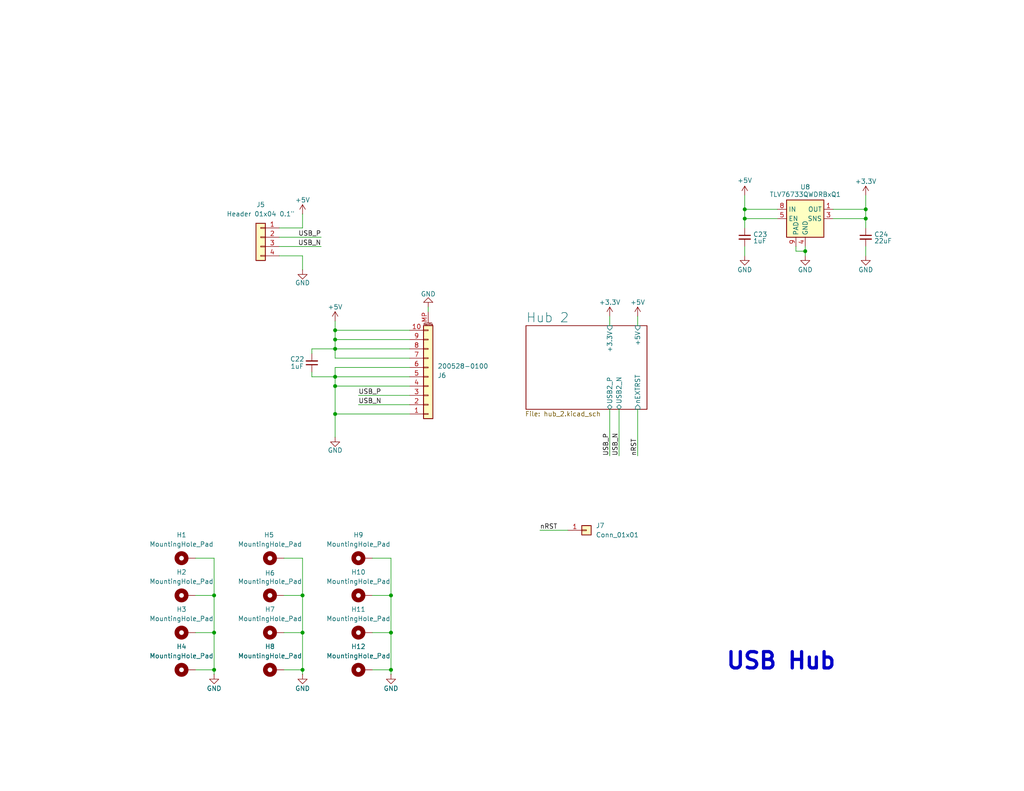
<source format=kicad_sch>
(kicad_sch (version 20231120) (generator "eeschema") (generator_version "8.0")
  (paper "USLetter")
  (title_block (title "Camera USB Hub") (date "2024-06-18") (rev "v1.1") (company "Argus-1 Cubesat"))
  (lib_symbols
    (symbol "Connector_Generic:Conn_01x01" (pin_names (offset 1.016) hide)
      (property "Reference" "J" (at 0 2.54 0))
      (property "Value" "Conn_01x01" (at 0 -2.54 0))
      (symbol "Conn_01x01_1_1"
        (rectangle (start -1.27 0.127) (end 0 -0.127) (stroke (width 0.1524)))
        (rectangle (start -1.27 1.27) (end 1.27 -1.27) (stroke (width 0.254)) (fill (type background)))
        (pin passive line (at -5.08 0 0) (length 3.81) (name "Pin_1") (number "1"))
      )
    )
    (symbol "Connector_Generic:Conn_01x04" (pin_names (offset 1.016) hide)
      (property "Reference" "J" (at 0 5.08 0))
      (property "Value" "Conn_01x04" (at 0 -7.62 0))
      (symbol "Conn_01x04_1_1"
        (rectangle (start -1.27 -4.953) (end 0 -5.207) (stroke (width 0.1524)))
        (rectangle (start -1.27 -2.413) (end 0 -2.667) (stroke (width 0.1524)))
        (rectangle (start -1.27 0.127) (end 0 -0.127) (stroke (width 0.1524)))
        (rectangle (start -1.27 2.667) (end 0 2.413) (stroke (width 0.1524)))
        (rectangle (start -1.27 3.81) (end 1.27 -6.35) (stroke (width 0.254)) (fill (type background)))
        (pin passive line (at -5.08 2.54 0) (length 3.81) (name "Pin_1") (number "1"))
        (pin passive line (at -5.08 0 0) (length 3.81) (name "Pin_2") (number "2"))
        (pin passive line (at -5.08 -2.54 0) (length 3.81) (name "Pin_3") (number "3"))
        (pin passive line (at -5.08 -5.08 0) (length 3.81) (name "Pin_4") (number "4"))
      )
    )
    (symbol "Connector_Generic_MountingPin:Conn_01x10_MountingPin" (pin_names (offset 1.016) hide)
      (property "Reference" "J" (at 0 12.7 0))
      (property "Value" "Conn_01x10_MountingPin" (at 1.27 -15.24 0))
      (symbol "Conn_01x10_MountingPin_1_1"
        (rectangle (start -1.27 -12.573) (end 0 -12.827) (stroke (width 0.1524)))
        (rectangle (start -1.27 -10.033) (end 0 -10.287) (stroke (width 0.1524)))
        (rectangle (start -1.27 -7.493) (end 0 -7.747) (stroke (width 0.1524)))
        (rectangle (start -1.27 -4.953) (end 0 -5.207) (stroke (width 0.1524)))
        (rectangle (start -1.27 -2.413) (end 0 -2.667) (stroke (width 0.1524)))
        (rectangle (start -1.27 0.127) (end 0 -0.127) (stroke (width 0.1524)))
        (rectangle (start -1.27 2.667) (end 0 2.413) (stroke (width 0.1524)))
        (rectangle (start -1.27 5.207) (end 0 4.953) (stroke (width 0.1524)))
        (rectangle (start -1.27 7.747) (end 0 7.493) (stroke (width 0.1524)))
        (rectangle (start -1.27 10.287) (end 0 10.033) (stroke (width 0.1524)))
        (rectangle (start -1.27 11.43) (end 1.27 -13.97) (stroke (width 0.254)) (fill (type background)))
        (polyline (pts (xy -1.016 -14.732) (xy 1.016 -14.732)) (stroke (width 0.1524)))
        (text "Mounting" (at 0 -14.351 0) (effects (font (size 0.381 0.381))))
        (pin passive line (at -5.08 10.16 0) (length 3.81) (name "Pin_1") (number "1"))
        (pin passive line (at -5.08 -12.7 0) (length 3.81) (name "Pin_10") (number "10"))
        (pin passive line (at -5.08 7.62 0) (length 3.81) (name "Pin_2") (number "2"))
        (pin passive line (at -5.08 5.08 0) (length 3.81) (name "Pin_3") (number "3"))
        (pin passive line (at -5.08 2.54 0) (length 3.81) (name "Pin_4") (number "4"))
        (pin passive line (at -5.08 0 0) (length 3.81) (name "Pin_5") (number "5"))
        (pin passive line (at -5.08 -2.54 0) (length 3.81) (name "Pin_6") (number "6"))
        (pin passive line (at -5.08 -5.08 0) (length 3.81) (name "Pin_7") (number "7"))
        (pin passive line (at -5.08 -7.62 0) (length 3.81) (name "Pin_8") (number "8"))
        (pin passive line (at -5.08 -10.16 0) (length 3.81) (name "Pin_9") (number "9"))
        (pin passive line (at 0 -17.78 90) (length 3.048) (name "MountPin") (number "MP"))
      )
    )
    (symbol "Device:C_Small" (pin_numbers hide) (pin_names (offset 0.254) hide)
      (property "Reference" "C" (at 0.254 1.778 0))
      (property "Value" "C_Small" (at 0.254 -2.032 0))
      (symbol "C_Small_0_1"
        (polyline (pts (xy -1.524 -0.508) (xy 1.524 -0.508)) (stroke (width 0.3302)))
        (polyline (pts (xy -1.524 0.508) (xy 1.524 0.508)) (stroke (width 0.3048)))
      )
      (symbol "C_Small_1_1"
        (pin passive line (at 0 2.54 270) (length 2.032) (name "~") (number "1"))
        (pin passive line (at 0 -2.54 90) (length 2.032) (name "~") (number "2"))
      )
    )
    (symbol "Mechanical:MountingHole_Pad" (pin_numbers hide) (pin_names (offset 1.016) hide)
      (property "Reference" "H" (at 0 6.35 0))
      (property "Value" "MountingHole_Pad" (at 0 4.445 0))
      (symbol "MountingHole_Pad_0_1"
        (circle (center 0 1.27) (radius 1.27) (stroke (width 1.27)))
      )
      (symbol "MountingHole_Pad_1_1"
        (pin input line (at 0 -2.54 90) (length 2.54) (name "1") (number "1"))
      )
    )
    (symbol "Regulator_Linear:TLV76733QWDRBxQ1"
      (property "Reference" "U" (at 0 8.89 0))
      (property "Value" "TLV76733QWDRBxQ1" (at 0 6.35 0))
      (symbol "TLV76733QWDRBxQ1_0_1"
        (rectangle (start -5.08 5.08) (end 5.08 -5.08) (stroke (width 0.254)) (fill (type background)))
      )
      (symbol "TLV76733QWDRBxQ1_1_1"
        (pin power_out line (at 7.62 2.54 180) (length 2.54) (name "OUT") (number "1"))
        (pin no_connect line (at 5.08 -2.54 180) (length 2.54) hide (name "NC") (number "2"))
        (pin input line (at 7.62 0 180) (length 2.54) (name "SNS") (number "3"))
        (pin power_in line (at 0 -7.62 90) (length 2.54) (name "GND") (number "4"))
        (pin input line (at -7.62 0 0) (length 2.54) (name "EN") (number "5"))
        (pin passive line (at 0 -7.62 90) (length 2.54) hide (name "GND") (number "6"))
        (pin no_connect line (at -5.08 -2.54 0) (length 2.54) hide (name "NC") (number "7"))
        (pin power_in line (at -7.62 2.54 0) (length 2.54) (name "IN") (number "8"))
        (pin passive line (at -2.54 -7.62 90) (length 2.54) (name "PAD") (number "9"))
      )
    )
    (symbol "power:+3.3V" (power) (pin_numbers hide) (pin_names (offset 0) hide)
      (property "Value" "+3.3V" (at 0 3.556 0))
      (symbol "+3.3V_0_1"
        (polyline (pts (xy -0.762 1.27) (xy 0 2.54)))
        (polyline (pts (xy 0 0) (xy 0 2.54)))
        (polyline (pts (xy 0 2.54) (xy 0.762 1.27)))
      )
      (symbol "+3.3V_1_1"
        (pin power_in line (at 0 0 90) (length 0) (name "~") (number "1"))
      )
    )
    (symbol "power:+5V" (power) (pin_numbers hide) (pin_names (offset 0) hide)
      (property "Value" "+5V" (at 0 3.556 0))
      (symbol "+5V_0_1"
        (polyline (pts (xy -0.762 1.27) (xy 0 2.54)))
        (polyline (pts (xy 0 0) (xy 0 2.54)))
        (polyline (pts (xy 0 2.54) (xy 0.762 1.27)))
      )
      (symbol "+5V_1_1"
        (pin power_in line (at 0 0 90) (length 0) (name "~") (number "1"))
      )
    )
    (symbol "power:GND" (power) (pin_numbers hide) (pin_names (offset 0) hide)
      (property "Value" "GND" (at 0 -3.81 0))
      (symbol "GND_0_1"
        (polyline (pts (xy 0 0) (xy 0 -1.27) (xy 1.27 -1.27) (xy 0 -2.54) (xy -1.27 -1.27) (xy 0 -1.27)))
      )
      (symbol "GND_1_1"
        (pin power_in line (at 0 0 270) (length 0) (name "~") (number "1"))
      )
    )
  )
  (junction (at 91.44 95.25))
  (junction (at 203.2 57.15))
  (junction (at 58.42 182.88))
  (junction (at 91.44 90.17))
  (junction (at 203.2 59.69))
  (junction (at 236.22 57.15))
  (junction (at 219.71 68.58))
  (junction (at 91.44 102.87))
  (junction (at 82.55 182.88))
  (junction (at 91.44 113.03))
  (junction (at 82.55 172.72))
  (junction (at 106.68 182.88))
  (junction (at 82.55 162.56))
  (junction (at 236.22 59.69))
  (junction (at 91.44 105.41))
  (junction (at 58.42 162.56))
  (junction (at 106.68 162.56))
  (junction (at 91.44 92.71))
  (junction (at 106.68 172.72))
  (junction (at 58.42 172.72))
  (wire (pts (xy 85.09 102.87) (xy 85.09 101.6)))
  (wire (pts (xy 236.22 67.31) (xy 236.22 69.85)))
  (wire (pts (xy 203.2 53.34) (xy 203.2 57.15)))
  (wire (pts (xy 82.55 182.88) (xy 82.55 172.72)))
  (wire (pts (xy 166.37 111.76) (xy 166.37 124.46)))
  (wire (pts (xy 91.44 102.87) (xy 111.76 102.87)))
  (wire (pts (xy 147.32 144.78) (xy 154.94 144.78)))
  (wire (pts (xy 58.42 184.15) (xy 58.42 182.88)))
  (wire (pts (xy 58.42 152.4) (xy 58.42 162.56)))
  (wire (pts (xy 166.37 86.36) (xy 166.37 88.9)))
  (wire (pts (xy 76.2 62.23) (xy 82.55 62.23)))
  (wire (pts (xy 82.55 58.42) (xy 82.55 62.23)))
  (wire (pts (xy 85.09 95.25) (xy 91.44 95.25)))
  (wire (pts (xy 85.09 96.52) (xy 85.09 95.25)))
  (wire (pts (xy 53.34 172.72) (xy 58.42 172.72)))
  (wire (pts (xy 91.44 92.71) (xy 111.76 92.71)))
  (wire (pts (xy 91.44 90.17) (xy 111.76 90.17)))
  (wire (pts (xy 82.55 184.15) (xy 82.55 182.88)))
  (wire (pts (xy 77.47 182.88) (xy 82.55 182.88)))
  (wire (pts (xy 91.44 95.25) (xy 91.44 92.71)))
  (wire (pts (xy 91.44 102.87) (xy 85.09 102.87)))
  (wire (pts (xy 219.71 68.58) (xy 217.17 68.58)))
  (wire (pts (xy 91.44 105.41) (xy 91.44 113.03)))
  (wire (pts (xy 173.99 86.36) (xy 173.99 88.9)))
  (wire (pts (xy 212.09 59.69) (xy 203.2 59.69)))
  (wire (pts (xy 82.55 152.4) (xy 77.47 152.4)))
  (wire (pts (xy 116.84 85.09) (xy 116.84 83.82)))
  (wire (pts (xy 91.44 105.41) (xy 111.76 105.41)))
  (wire (pts (xy 168.91 111.76) (xy 168.91 124.46)))
  (wire (pts (xy 106.68 152.4) (xy 106.68 162.56)))
  (wire (pts (xy 77.47 172.72) (xy 82.55 172.72)))
  (wire (pts (xy 97.79 107.95) (xy 111.76 107.95)))
  (wire (pts (xy 106.68 162.56) (xy 106.68 172.72)))
  (wire (pts (xy 106.68 182.88) (xy 101.6 182.88)))
  (wire (pts (xy 97.79 110.49) (xy 111.76 110.49)))
  (wire (pts (xy 101.6 152.4) (xy 106.68 152.4)))
  (wire (pts (xy 227.33 57.15) (xy 236.22 57.15)))
  (wire (pts (xy 203.2 67.31) (xy 203.2 69.85)))
  (wire (pts (xy 101.6 162.56) (xy 106.68 162.56)))
  (wire (pts (xy 106.68 172.72) (xy 106.68 182.88)))
  (wire (pts (xy 219.71 68.58) (xy 219.71 69.85)))
  (wire (pts (xy 91.44 113.03) (xy 91.44 119.38)))
  (wire (pts (xy 227.33 59.69) (xy 236.22 59.69)))
  (wire (pts (xy 53.34 152.4) (xy 58.42 152.4)))
  (wire (pts (xy 217.17 68.58) (xy 217.17 67.31)))
  (wire (pts (xy 91.44 92.71) (xy 91.44 90.17)))
  (wire (pts (xy 111.76 97.79) (xy 91.44 97.79)))
  (wire (pts (xy 203.2 57.15) (xy 203.2 59.69)))
  (wire (pts (xy 77.47 162.56) (xy 82.55 162.56)))
  (wire (pts (xy 91.44 102.87) (xy 91.44 105.41)))
  (wire (pts (xy 76.2 67.31) (xy 87.63 67.31)))
  (wire (pts (xy 219.71 67.31) (xy 219.71 68.58)))
  (wire (pts (xy 91.44 113.03) (xy 111.76 113.03)))
  (wire (pts (xy 76.2 69.85) (xy 82.55 69.85)))
  (wire (pts (xy 91.44 97.79) (xy 91.44 95.25)))
  (wire (pts (xy 82.55 152.4) (xy 82.55 162.56)))
  (wire (pts (xy 58.42 172.72) (xy 58.42 182.88)))
  (wire (pts (xy 91.44 100.33) (xy 91.44 102.87)))
  (wire (pts (xy 53.34 182.88) (xy 58.42 182.88)))
  (wire (pts (xy 236.22 59.69) (xy 236.22 57.15)))
  (wire (pts (xy 82.55 69.85) (xy 82.55 73.66)))
  (wire (pts (xy 203.2 57.15) (xy 212.09 57.15)))
  (wire (pts (xy 203.2 59.69) (xy 203.2 62.23)))
  (wire (pts (xy 101.6 172.72) (xy 106.68 172.72)))
  (wire (pts (xy 82.55 162.56) (xy 82.55 172.72)))
  (wire (pts (xy 106.68 184.15) (xy 106.68 182.88)))
  (wire (pts (xy 76.2 64.77) (xy 87.63 64.77)))
  (wire (pts (xy 111.76 100.33) (xy 91.44 100.33)))
  (wire (pts (xy 91.44 87.63) (xy 91.44 90.17)))
  (wire (pts (xy 91.44 95.25) (xy 111.76 95.25)))
  (wire (pts (xy 236.22 53.34) (xy 236.22 57.15)))
  (wire (pts (xy 236.22 59.69) (xy 236.22 62.23)))
  (wire (pts (xy 58.42 162.56) (xy 58.42 172.72)))
  (wire (pts (xy 53.34 162.56) (xy 58.42 162.56)))
  (wire (pts (xy 173.99 111.76) (xy 173.99 124.46)))
  (text "USB Hub" (at 213.106 180.594 0) (effects (font (size 4.445 4.445) (thickness 0.889) (bold yes))))
  (label "USB_P" (at 166.37 124.46 90))
  (label "USB_N" (at 97.79 110.49 0))
  (label "USB_N" (at 87.63 67.31 180))
  (label "USB_P" (at 87.63 64.77 180))
  (label "USB_P" (at 97.79 107.95 0))
  (label "USB_N" (at 168.91 124.46 90))
  (label "nRST" (at 173.99 124.46 90))
  (label "nRST" (at 147.32 144.78 0))
  (symbol (lib_id "power:+5V") (at 173.99 86.36 0) (unit 1)
    (property "Reference" "#PWR063" (effects (hide yes)))
    (property "Value" "+5V" (at 173.99 82.55 0))
    (property "Description" "Power symbol creates a global label with name \"+5V\"" (effects (hide yes)))
  )
  (symbol (lib_id "power:+3.3V") (at 236.22 53.34 0) (unit 1)
    (property "Reference" "#PWR076" (effects (hide yes)))
    (property "Value" "+3.3V" (at 236.22 49.53 0))
    (property "Description" "Power symbol creates a global label with name \"+3.3V\"" (effects (hide yes)))
  )
  (symbol (lib_id "Connector_Generic_MountingPin:Conn_01x10_MountingPin") (at 116.84 102.87 0) (mirror x) (unit 1)
    (property "Reference" "J6" (at 119.38 102.5145 0) (effects (justify left)))
    (property "Value" "200528-0100" (at 119.38 99.9745 0) (effects (justify left)))
    (property "Footprint" "Connector_FFC-FPC:Molex_200528-0100_1x10-1MP_P1.00mm_Horizontal" (effects (hide yes)))
    (property "Description" "Generic connectable mounting pin connector, single row, 01x10, script generated (kicad-library-utils/schlib/autogen/connector/)" (effects (hide yes)))
  )
  (symbol (lib_id "power:GND") (at 91.44 119.38 0) (unit 1)
    (property "Reference" "#PWR011" (effects (hide yes)))
    (property "Value" "GND" (at 91.44 122.936 0))
    (property "Description" "Power symbol creates a global label with name \"GND\" , ground" (effects (hide yes)))
  )
  (symbol (lib_id "Device:C_Small") (at 85.09 99.06 0) (mirror x) (unit 1)
    (property "Reference" "C22" (at 83.058 98.044 0) (effects (justify right)))
    (property "Value" "1uF" (at 79.248 99.314 0) (effects (justify left bottom)))
    (property "Footprint" "Capacitor_SMD:C_0603_1608Metric" (effects (hide yes)))
    (property "Description" "Unpolarized capacitor, small symbol" (effects (hide yes)))
    (property "Manufacturer" "TDK" (effects (hide yes)))
    (property "MPN" "C1005X6S1A105K050BC" (effects (hide yes)))
    (property "Val" "1u" (effects (hide yes)))
    (property "License" "Apache-2.0" (effects (hide yes)))
    (property "Author" "Antmicro" (effects (hide yes)))
  )
  (symbol (lib_id "Mechanical:MountingHole_Pad") (at 74.93 172.72 90) (unit 1)
    (property "Reference" "H7" (at 73.66 166.37 90))
    (property "Value" "MountingHole_Pad" (at 73.66 168.91 90))
    (property "Footprint" "CameraHub:MountingHole_USB" (effects (hide yes)))
  )
  (symbol (lib_id "Regulator_Linear:TLV76733QWDRBxQ1") (at 219.71 59.69 0) (unit 1)
    (property "Reference" "U8" (at 219.71 51.054 0))
    (property "Value" "TLV76733QWDRBxQ1" (at 219.71 53.086 0))
    (property "Footprint" "Package_SON:VSON-8-1EP_3x3mm_P0.65mm_EP1.65x2.4mm" (effects (hide yes)))
    (property "Datasheet" "www.ti.com/lit/gpn/TLV767-q1" (effects (hide yes)))
    (property "Description" "1A, 16V Precision Linear Voltage Regulator, with enable pin, Fixed Output 3.3V, VSON-8" (effects (hide yes)))
    (property "DNI" "DNI" (effects (hide yes)))
  )
  (symbol (lib_id "power:GND") (at 203.2 69.85 0) (unit 1)
    (property "Reference" "#PWR073" (effects (hide yes)))
    (property "Value" "GND" (at 203.2 73.66 0))
    (property "Description" "Power symbol creates a global label with name \"GND\" , ground" (effects (hide yes)))
  )
  (symbol (lib_id "power:GND") (at 219.71 69.85 0) (unit 1)
    (property "Reference" "#PWR072" (effects (hide yes)))
    (property "Value" "GND" (at 219.71 73.66 0))
    (property "Description" "Power symbol creates a global label with name \"GND\" , ground" (effects (hide yes)))
  )
  (symbol (lib_id "Mechanical:MountingHole_Pad") (at 74.93 162.56 90) (unit 1)
    (property "Reference" "H6" (at 73.66 156.464 90))
    (property "Value" "MountingHole_Pad" (at 73.66 158.75 90))
    (property "Footprint" "CameraHub:MountingHole_USB" (effects (hide yes)))
  )
  (symbol (lib_id "Mechanical:MountingHole_Pad") (at 50.8 152.4 90) (unit 1)
    (property "Reference" "H1" (at 49.53 146.05 90))
    (property "Value" "MountingHole_Pad" (at 49.53 148.59 90))
    (property "Footprint" "CameraHub:MountingHole2" (effects (hide yes)))
  )
  (symbol (lib_id "power:+5V") (at 82.55 58.42 0) (unit 1)
    (property "Reference" "#PWR069" (effects (hide yes)))
    (property "Value" "+5V" (at 82.55 54.61 0))
    (property "Description" "Power symbol creates a global label with name \"+5V\"" (effects (hide yes)))
  )
  (symbol (lib_id "power:GND") (at 82.55 73.66 0) (unit 1)
    (property "Reference" "#PWR070" (effects (hide yes)))
    (property "Value" "GND" (at 82.55 77.216 0))
    (property "Description" "Power symbol creates a global label with name \"GND\" , ground" (effects (hide yes)))
  )
  (symbol (lib_id "Device:C_Small") (at 236.22 64.77 0) (unit 1)
    (property "Reference" "C24" (at 238.506 64.008 0) (effects (justify left)))
    (property "Value" "22uF" (at 238.506 65.786 0) (effects (justify left)))
    (property "Footprint" "Capacitor_SMD:C_0603_1608Metric" (effects (hide yes)))
    (property "Description" "Unpolarized capacitor, small symbol" (effects (hide yes)))
    (property "DNI" "DNI" (effects (hide yes)))
  )
  (symbol (lib_id "Connector_Generic:Conn_01x01") (at 160.02 144.78 0) (unit 1)
    (property "Reference" "J7" (at 162.56 143.5099 0) (effects (justify left)))
    (property "Value" "Conn_01x01" (at 162.56 146.0499 0) (effects (justify left)))
    (property "Footprint" "TestPoint:TestPoint_Pad_D1.0mm" (effects (hide yes)))
    (property "Description" "Generic connector, single row, 01x01, script generated (kicad-library-utils/schlib/autogen/connector/)" (effects (hide yes)))
  )
  (symbol (lib_id "Mechanical:MountingHole_Pad") (at 99.06 172.72 90) (unit 1)
    (property "Reference" "H11" (at 97.79 166.37 90))
    (property "Value" "MountingHole_Pad" (at 97.79 168.91 90))
    (property "Footprint" "CameraHub:MountingHole_USB" (effects (hide yes)))
  )
  (symbol (lib_id "Mechanical:MountingHole_Pad") (at 99.06 182.88 90) (unit 1)
    (property "Reference" "H12" (at 97.79 176.53 90))
    (property "Value" "MountingHole_Pad" (at 97.79 179.07 90))
    (property "Footprint" "CameraHub:MountingHole_USB" (effects (hide yes)))
  )
  (symbol (lib_id "Connector_Generic:Conn_01x04") (at 71.12 64.77 0) (mirror y) (unit 1)
    (property "Reference" "J5" (at 71.12 55.88 0))
    (property "Value" "Header 01x04 0.1\"" (at 71.12 58.42 0))
    (property "Footprint" "Connector_PinHeader_2.54mm:PinHeader_1x04_P2.54mm_Vertical" (effects (hide yes)))
    (property "Description" "Generic connector, single row, 01x04, script generated (kicad-library-utils/schlib/autogen/connector/)" (effects (hide yes)))
  )
  (symbol (lib_id "power:GND") (at 106.68 184.15 0) (unit 1)
    (property "Reference" "#PWR03" (effects (hide yes)))
    (property "Value" "GND" (at 106.68 187.96 0))
    (property "Description" "Power symbol creates a global label with name \"GND\" , ground" (effects (hide yes)))
  )
  (symbol (lib_id "power:GND") (at 82.55 184.15 0) (unit 1)
    (property "Reference" "#PWR02" (effects (hide yes)))
    (property "Value" "GND" (at 82.55 187.96 0))
    (property "Description" "Power symbol creates a global label with name \"GND\" , ground" (effects (hide yes)))
  )
  (symbol (lib_id "Mechanical:MountingHole_Pad") (at 50.8 182.88 90) (unit 1)
    (property "Reference" "H4" (at 49.53 176.53 90))
    (property "Value" "MountingHole_Pad" (at 49.53 179.07 90))
    (property "Footprint" "CameraHub:MountingHole2" (effects (hide yes)))
  )
  (symbol (lib_id "power:GND") (at 58.42 184.15 0) (unit 1)
    (property "Reference" "#PWR01" (effects (hide yes)))
    (property "Value" "GND" (at 58.42 187.96 0))
    (property "Description" "Power symbol creates a global label with name \"GND\" , ground" (effects (hide yes)))
  )
  (symbol (lib_id "Mechanical:MountingHole_Pad") (at 74.93 152.4 90) (unit 1)
    (property "Reference" "H5" (at 73.406 146.05 90))
    (property "Value" "MountingHole_Pad" (at 73.66 148.59 90))
    (property "Footprint" "CameraHub:MountingHole_USB" (effects (hide yes)))
  )
  (symbol (lib_id "Device:C_Small") (at 203.2 64.77 0) (unit 1)
    (property "Reference" "C23" (at 205.486 64.008 0) (effects (justify left)))
    (property "Value" "1uF" (at 205.486 65.786 0) (effects (justify left)))
    (property "Footprint" "Capacitor_SMD:C_0603_1608Metric" (effects (hide yes)))
    (property "Description" "Unpolarized capacitor, small symbol" (effects (hide yes)))
    (property "DNI" "DNI" (effects (hide yes)))
  )
  (symbol (lib_id "power:GND") (at 236.22 69.85 0) (unit 1)
    (property "Reference" "#PWR075" (effects (hide yes)))
    (property "Value" "GND" (at 236.22 73.66 0))
    (property "Description" "Power symbol creates a global label with name \"GND\" , ground" (effects (hide yes)))
  )
  (symbol (lib_id "power:+5V") (at 203.2 53.34 0) (unit 1)
    (property "Reference" "#PWR074" (effects (hide yes)))
    (property "Value" "+5V" (at 203.2 49.276 0))
    (property "Description" "Power symbol creates a global label with name \"+5V\"" (effects (hide yes)))
  )
  (symbol (lib_id "Mechanical:MountingHole_Pad") (at 99.06 152.4 90) (unit 1)
    (property "Reference" "H9" (at 97.79 146.05 90))
    (property "Value" "MountingHole_Pad" (at 97.79 148.59 90))
    (property "Footprint" "CameraHub:MountingHole_USB" (effects (hide yes)))
  )
  (symbol (lib_id "power:GND") (at 116.84 83.82 180) (unit 1)
    (property "Reference" "#PWR012" (effects (hide yes)))
    (property "Value" "GND" (at 116.84 80.264 0))
    (property "Description" "Power symbol creates a global label with name \"GND\" , ground" (effects (hide yes)))
  )
  (symbol (lib_id "Mechanical:MountingHole_Pad") (at 99.06 162.56 90) (unit 1)
    (property "Reference" "H10" (at 97.79 156.21 90))
    (property "Value" "MountingHole_Pad" (at 97.79 158.75 90))
    (property "Footprint" "CameraHub:MountingHole_USB" (effects (hide yes)))
  )
  (symbol (lib_id "Mechanical:MountingHole_Pad") (at 50.8 172.72 90) (unit 1)
    (property "Reference" "H3" (at 49.53 166.37 90))
    (property "Value" "MountingHole_Pad" (at 49.53 168.91 90))
    (property "Footprint" "CameraHub:MountingHole2" (effects (hide yes)))
  )
  (symbol (lib_id "power:+5V") (at 91.44 87.63 0) (unit 1)
    (property "Reference" "#PWR010" (effects (hide yes)))
    (property "Value" "+5V" (at 91.44 83.82 0))
    (property "Description" "Power symbol creates a global label with name \"+5V\"" (effects (hide yes)))
  )
  (symbol (lib_id "power:+3.3V") (at 166.37 86.36 0) (unit 1)
    (property "Reference" "#PWR062" (effects (hide yes)))
    (property "Value" "+3.3V" (at 166.37 82.55 0))
    (property "Description" "Power symbol creates a global label with name \"+3.3V\"" (effects (hide yes)))
  )
  (symbol (lib_id "Mechanical:MountingHole_Pad") (at 50.8 162.56 90) (unit 1)
    (property "Reference" "H2" (at 49.53 156.21 90))
    (property "Value" "MountingHole_Pad" (at 49.53 158.75 90))
    (property "Footprint" "CameraHub:MountingHole2" (effects (hide yes)))
  )
  (symbol (lib_id "Mechanical:MountingHole_Pad") (at 74.93 182.88 90) (unit 1)
    (property "Reference" "H8" (at 73.66 176.53 90))
    (property "Value" "MountingHole_Pad" (at 73.66 179.07 90))
    (property "Footprint" "CameraHub:MountingHole_USB" (effects (hide yes)))
  )
  (sheet (at 143.51 88.9) (size 33.02 22.86) (stroke (width 0.1524))
    (property "Sheetname" "Hub 2" (at 143.51 88.1884 0) (effects (font (size 2.54 2.54)) (justify left bottom)))
    (property "Sheetfile" "hub_2.kicad_sch" (at 143.256 112.268 0) (effects (justify left top)))
    (pin "+3.3V" input (at 166.37 88.9 90))
    (pin "+5V" input (at 173.99 88.9 90))
    (pin "nEXTRST" input (at 173.99 111.76 270))
    (pin "USB2_N" bidirectional (at 168.91 111.76 270))
    (pin "USB2_P" bidirectional (at 166.37 111.76 270))
  )
)
</source>
